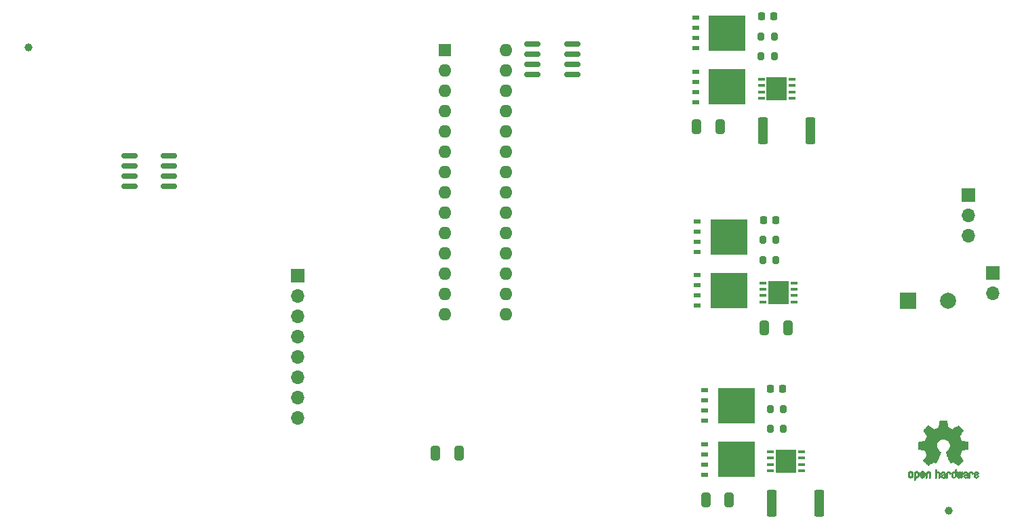
<source format=gtl>
G04 #@! TF.GenerationSoftware,KiCad,Pcbnew,(7.0.0)*
G04 #@! TF.CreationDate,2023-03-09T15:09:21+01:00*
G04 #@! TF.ProjectId,asmTest,61736d54-6573-4742-9e6b-696361645f70,rev?*
G04 #@! TF.SameCoordinates,Original*
G04 #@! TF.FileFunction,Copper,L1,Top*
G04 #@! TF.FilePolarity,Positive*
%FSLAX46Y46*%
G04 Gerber Fmt 4.6, Leading zero omitted, Abs format (unit mm)*
G04 Created by KiCad (PCBNEW (7.0.0)) date 2023-03-09 15:09:21*
%MOMM*%
%LPD*%
G01*
G04 APERTURE LIST*
G04 Aperture macros list*
%AMRoundRect*
0 Rectangle with rounded corners*
0 $1 Rounding radius*
0 $2 $3 $4 $5 $6 $7 $8 $9 X,Y pos of 4 corners*
0 Add a 4 corners polygon primitive as box body*
4,1,4,$2,$3,$4,$5,$6,$7,$8,$9,$2,$3,0*
0 Add four circle primitives for the rounded corners*
1,1,$1+$1,$2,$3*
1,1,$1+$1,$4,$5*
1,1,$1+$1,$6,$7*
1,1,$1+$1,$8,$9*
0 Add four rect primitives between the rounded corners*
20,1,$1+$1,$2,$3,$4,$5,0*
20,1,$1+$1,$4,$5,$6,$7,0*
20,1,$1+$1,$6,$7,$8,$9,0*
20,1,$1+$1,$8,$9,$2,$3,0*%
G04 Aperture macros list end*
G04 #@! TA.AperFunction,EtchedComponent*
%ADD10C,0.010000*%
G04 #@! TD*
G04 #@! TA.AperFunction,SMDPad,CuDef*
%ADD11RoundRect,0.075000X-0.362500X-0.075000X0.362500X-0.075000X0.362500X0.075000X-0.362500X0.075000X0*%
G04 #@! TD*
G04 #@! TA.AperFunction,SMDPad,CuDef*
%ADD12R,2.600000X3.000000*%
G04 #@! TD*
G04 #@! TA.AperFunction,SMDPad,CuDef*
%ADD13RoundRect,0.250000X-0.362500X-1.425000X0.362500X-1.425000X0.362500X1.425000X-0.362500X1.425000X0*%
G04 #@! TD*
G04 #@! TA.AperFunction,ComponentPad*
%ADD14R,1.600000X1.600000*%
G04 #@! TD*
G04 #@! TA.AperFunction,ComponentPad*
%ADD15O,1.600000X1.600000*%
G04 #@! TD*
G04 #@! TA.AperFunction,SMDPad,CuDef*
%ADD16RoundRect,0.200000X-0.200000X-0.275000X0.200000X-0.275000X0.200000X0.275000X-0.200000X0.275000X0*%
G04 #@! TD*
G04 #@! TA.AperFunction,ComponentPad*
%ADD17R,1.700000X1.700000*%
G04 #@! TD*
G04 #@! TA.AperFunction,ComponentPad*
%ADD18O,1.700000X1.700000*%
G04 #@! TD*
G04 #@! TA.AperFunction,SMDPad,CuDef*
%ADD19R,0.850000X0.500000*%
G04 #@! TD*
G04 #@! TA.AperFunction,SMDPad,CuDef*
%ADD20R,4.550000X4.410000*%
G04 #@! TD*
G04 #@! TA.AperFunction,SMDPad,CuDef*
%ADD21RoundRect,0.250000X-0.325000X-0.650000X0.325000X-0.650000X0.325000X0.650000X-0.325000X0.650000X0*%
G04 #@! TD*
G04 #@! TA.AperFunction,SMDPad,CuDef*
%ADD22C,1.000000*%
G04 #@! TD*
G04 #@! TA.AperFunction,SMDPad,CuDef*
%ADD23RoundRect,0.150000X0.825000X0.150000X-0.825000X0.150000X-0.825000X-0.150000X0.825000X-0.150000X0*%
G04 #@! TD*
G04 #@! TA.AperFunction,SMDPad,CuDef*
%ADD24RoundRect,0.150000X-0.825000X-0.150000X0.825000X-0.150000X0.825000X0.150000X-0.825000X0.150000X0*%
G04 #@! TD*
G04 #@! TA.AperFunction,SMDPad,CuDef*
%ADD25RoundRect,0.225000X-0.225000X-0.250000X0.225000X-0.250000X0.225000X0.250000X-0.225000X0.250000X0*%
G04 #@! TD*
G04 #@! TA.AperFunction,ComponentPad*
%ADD26R,2.000000X2.000000*%
G04 #@! TD*
G04 #@! TA.AperFunction,ComponentPad*
%ADD27C,2.000000*%
G04 #@! TD*
G04 APERTURE END LIST*
G04 #@! TO.C,LOGO1*
G36*
X212170807Y-105536782D02*
G01*
X212194161Y-105546988D01*
X212249902Y-105591134D01*
X212297569Y-105654967D01*
X212327048Y-105723087D01*
X212331846Y-105756670D01*
X212315760Y-105803556D01*
X212280475Y-105828365D01*
X212242644Y-105843387D01*
X212225321Y-105846155D01*
X212216886Y-105826066D01*
X212200230Y-105782351D01*
X212192923Y-105762598D01*
X212151948Y-105694271D01*
X212092622Y-105660191D01*
X212016552Y-105661239D01*
X212010918Y-105662581D01*
X211970305Y-105681836D01*
X211940448Y-105719375D01*
X211920055Y-105779809D01*
X211907836Y-105867751D01*
X211902500Y-105987813D01*
X211902000Y-106051698D01*
X211901752Y-106152403D01*
X211900126Y-106221054D01*
X211895801Y-106264673D01*
X211887454Y-106290282D01*
X211873765Y-106304903D01*
X211853411Y-106315558D01*
X211852234Y-106316095D01*
X211813038Y-106332667D01*
X211793619Y-106338769D01*
X211790635Y-106320319D01*
X211788081Y-106269323D01*
X211786140Y-106192308D01*
X211784997Y-106095805D01*
X211784769Y-106025184D01*
X211785932Y-105888525D01*
X211790479Y-105784851D01*
X211799999Y-105708108D01*
X211816081Y-105652246D01*
X211840313Y-105611212D01*
X211874286Y-105578954D01*
X211907833Y-105556440D01*
X211988499Y-105526476D01*
X212082381Y-105519718D01*
X212170807Y-105536782D01*
G37*
D10*
X212170807Y-105536782D02*
X212194161Y-105546988D01*
X212249902Y-105591134D01*
X212297569Y-105654967D01*
X212327048Y-105723087D01*
X212331846Y-105756670D01*
X212315760Y-105803556D01*
X212280475Y-105828365D01*
X212242644Y-105843387D01*
X212225321Y-105846155D01*
X212216886Y-105826066D01*
X212200230Y-105782351D01*
X212192923Y-105762598D01*
X212151948Y-105694271D01*
X212092622Y-105660191D01*
X212016552Y-105661239D01*
X212010918Y-105662581D01*
X211970305Y-105681836D01*
X211940448Y-105719375D01*
X211920055Y-105779809D01*
X211907836Y-105867751D01*
X211902500Y-105987813D01*
X211902000Y-106051698D01*
X211901752Y-106152403D01*
X211900126Y-106221054D01*
X211895801Y-106264673D01*
X211887454Y-106290282D01*
X211873765Y-106304903D01*
X211853411Y-106315558D01*
X211852234Y-106316095D01*
X211813038Y-106332667D01*
X211793619Y-106338769D01*
X211790635Y-106320319D01*
X211788081Y-106269323D01*
X211786140Y-106192308D01*
X211784997Y-106095805D01*
X211784769Y-106025184D01*
X211785932Y-105888525D01*
X211790479Y-105784851D01*
X211799999Y-105708108D01*
X211816081Y-105652246D01*
X211840313Y-105611212D01*
X211874286Y-105578954D01*
X211907833Y-105556440D01*
X211988499Y-105526476D01*
X212082381Y-105519718D01*
X212170807Y-105536782D01*
G36*
X206871664Y-105495089D02*
G01*
X206934367Y-105531358D01*
X206977961Y-105567358D01*
X207009845Y-105605075D01*
X207031810Y-105651199D01*
X207045649Y-105712421D01*
X207053153Y-105795431D01*
X207056117Y-105906919D01*
X207056461Y-105987062D01*
X207056461Y-106282065D01*
X206890385Y-106356515D01*
X206880615Y-106033402D01*
X206876579Y-105912729D01*
X206872344Y-105825141D01*
X206867097Y-105764650D01*
X206860025Y-105725268D01*
X206850311Y-105701007D01*
X206837144Y-105685880D01*
X206832919Y-105682606D01*
X206768909Y-105657034D01*
X206704208Y-105667153D01*
X206665692Y-105694000D01*
X206650025Y-105713024D01*
X206639180Y-105737988D01*
X206632288Y-105775834D01*
X206628479Y-105833502D01*
X206626883Y-105917935D01*
X206626615Y-106005928D01*
X206626563Y-106116323D01*
X206624672Y-106194463D01*
X206618345Y-106247165D01*
X206604983Y-106281242D01*
X206581985Y-106303511D01*
X206546754Y-106320787D01*
X206499697Y-106338738D01*
X206448303Y-106358278D01*
X206454421Y-106011485D01*
X206456884Y-105886468D01*
X206459767Y-105794082D01*
X206463898Y-105727881D01*
X206470107Y-105681420D01*
X206479226Y-105648256D01*
X206492083Y-105621944D01*
X206507584Y-105598729D01*
X206582371Y-105524569D01*
X206673628Y-105481684D01*
X206772883Y-105471412D01*
X206871664Y-105495089D01*
G37*
X206871664Y-105495089D02*
X206934367Y-105531358D01*
X206977961Y-105567358D01*
X207009845Y-105605075D01*
X207031810Y-105651199D01*
X207045649Y-105712421D01*
X207053153Y-105795431D01*
X207056117Y-105906919D01*
X207056461Y-105987062D01*
X207056461Y-106282065D01*
X206890385Y-106356515D01*
X206880615Y-106033402D01*
X206876579Y-105912729D01*
X206872344Y-105825141D01*
X206867097Y-105764650D01*
X206860025Y-105725268D01*
X206850311Y-105701007D01*
X206837144Y-105685880D01*
X206832919Y-105682606D01*
X206768909Y-105657034D01*
X206704208Y-105667153D01*
X206665692Y-105694000D01*
X206650025Y-105713024D01*
X206639180Y-105737988D01*
X206632288Y-105775834D01*
X206628479Y-105833502D01*
X206626883Y-105917935D01*
X206626615Y-106005928D01*
X206626563Y-106116323D01*
X206624672Y-106194463D01*
X206618345Y-106247165D01*
X206604983Y-106281242D01*
X206581985Y-106303511D01*
X206546754Y-106320787D01*
X206499697Y-106338738D01*
X206448303Y-106358278D01*
X206454421Y-106011485D01*
X206456884Y-105886468D01*
X206459767Y-105794082D01*
X206463898Y-105727881D01*
X206470107Y-105681420D01*
X206479226Y-105648256D01*
X206492083Y-105621944D01*
X206507584Y-105598729D01*
X206582371Y-105524569D01*
X206673628Y-105481684D01*
X206772883Y-105471412D01*
X206871664Y-105495089D01*
G36*
X209313362Y-105524670D02*
G01*
X209402117Y-105557421D01*
X209474022Y-105615350D01*
X209502144Y-105656128D01*
X209532802Y-105730954D01*
X209532165Y-105785058D01*
X209499987Y-105821446D01*
X209488081Y-105827633D01*
X209436675Y-105846925D01*
X209410422Y-105841982D01*
X209401530Y-105809587D01*
X209401077Y-105791692D01*
X209384797Y-105725859D01*
X209342365Y-105679807D01*
X209283388Y-105657564D01*
X209217475Y-105663161D01*
X209163895Y-105692229D01*
X209145798Y-105708810D01*
X209132971Y-105728925D01*
X209124306Y-105759332D01*
X209118696Y-105806788D01*
X209115035Y-105878050D01*
X209112215Y-105979875D01*
X209111484Y-106012115D01*
X209108820Y-106122410D01*
X209105792Y-106200036D01*
X209101250Y-106251396D01*
X209094046Y-106282890D01*
X209083033Y-106300920D01*
X209067060Y-106311888D01*
X209056834Y-106316733D01*
X209013406Y-106333301D01*
X208987842Y-106338769D01*
X208979395Y-106320507D01*
X208974239Y-106265296D01*
X208972346Y-106172499D01*
X208973689Y-106041478D01*
X208974107Y-106021269D01*
X208977058Y-105901733D01*
X208980548Y-105814449D01*
X208985514Y-105752591D01*
X208992893Y-105709336D01*
X209003624Y-105677860D01*
X209018645Y-105651339D01*
X209026502Y-105639975D01*
X209071553Y-105589692D01*
X209121940Y-105550581D01*
X209128108Y-105547167D01*
X209218458Y-105520212D01*
X209313362Y-105524670D01*
G37*
X209313362Y-105524670D02*
X209402117Y-105557421D01*
X209474022Y-105615350D01*
X209502144Y-105656128D01*
X209532802Y-105730954D01*
X209532165Y-105785058D01*
X209499987Y-105821446D01*
X209488081Y-105827633D01*
X209436675Y-105846925D01*
X209410422Y-105841982D01*
X209401530Y-105809587D01*
X209401077Y-105791692D01*
X209384797Y-105725859D01*
X209342365Y-105679807D01*
X209283388Y-105657564D01*
X209217475Y-105663161D01*
X209163895Y-105692229D01*
X209145798Y-105708810D01*
X209132971Y-105728925D01*
X209124306Y-105759332D01*
X209118696Y-105806788D01*
X209115035Y-105878050D01*
X209112215Y-105979875D01*
X209111484Y-106012115D01*
X209108820Y-106122410D01*
X209105792Y-106200036D01*
X209101250Y-106251396D01*
X209094046Y-106282890D01*
X209083033Y-106300920D01*
X209067060Y-106311888D01*
X209056834Y-106316733D01*
X209013406Y-106333301D01*
X208987842Y-106338769D01*
X208979395Y-106320507D01*
X208974239Y-106265296D01*
X208972346Y-106172499D01*
X208973689Y-106041478D01*
X208974107Y-106021269D01*
X208977058Y-105901733D01*
X208980548Y-105814449D01*
X208985514Y-105752591D01*
X208992893Y-105709336D01*
X209003624Y-105677860D01*
X209018645Y-105651339D01*
X209026502Y-105639975D01*
X209071553Y-105589692D01*
X209121940Y-105550581D01*
X209128108Y-105547167D01*
X209218458Y-105520212D01*
X209313362Y-105524670D01*
G36*
X207759846Y-105392120D02*
G01*
X207765572Y-105471980D01*
X207772149Y-105519039D01*
X207781262Y-105539566D01*
X207794598Y-105539829D01*
X207798923Y-105537378D01*
X207856444Y-105519636D01*
X207931268Y-105520672D01*
X208007339Y-105538910D01*
X208054918Y-105562505D01*
X208103702Y-105600198D01*
X208139364Y-105642855D01*
X208163845Y-105697057D01*
X208179087Y-105769384D01*
X208187030Y-105866419D01*
X208189616Y-105994742D01*
X208189662Y-106019358D01*
X208189692Y-106295870D01*
X208128161Y-106317320D01*
X208084459Y-106331912D01*
X208060482Y-106338706D01*
X208059777Y-106338769D01*
X208057415Y-106320345D01*
X208055406Y-106269526D01*
X208053901Y-106192993D01*
X208053053Y-106097430D01*
X208052923Y-106039329D01*
X208052651Y-105924771D01*
X208051252Y-105842667D01*
X208047849Y-105786393D01*
X208041567Y-105749326D01*
X208031529Y-105724844D01*
X208016861Y-105706325D01*
X208007702Y-105697406D01*
X207944789Y-105661466D01*
X207876136Y-105658775D01*
X207813848Y-105689170D01*
X207802329Y-105700144D01*
X207785433Y-105720779D01*
X207773714Y-105745256D01*
X207766233Y-105780647D01*
X207762054Y-105834026D01*
X207760237Y-105912466D01*
X207759846Y-106020617D01*
X207759846Y-106295870D01*
X207698315Y-106317320D01*
X207654613Y-106331912D01*
X207630636Y-106338706D01*
X207629930Y-106338769D01*
X207628126Y-106320069D01*
X207626500Y-106267322D01*
X207625117Y-106185557D01*
X207624042Y-106079805D01*
X207623340Y-105955094D01*
X207623077Y-105816455D01*
X207623077Y-105281806D01*
X207750077Y-105228236D01*
X207759846Y-105392120D01*
G37*
X207759846Y-105392120D02*
X207765572Y-105471980D01*
X207772149Y-105519039D01*
X207781262Y-105539566D01*
X207794598Y-105539829D01*
X207798923Y-105537378D01*
X207856444Y-105519636D01*
X207931268Y-105520672D01*
X208007339Y-105538910D01*
X208054918Y-105562505D01*
X208103702Y-105600198D01*
X208139364Y-105642855D01*
X208163845Y-105697057D01*
X208179087Y-105769384D01*
X208187030Y-105866419D01*
X208189616Y-105994742D01*
X208189662Y-106019358D01*
X208189692Y-106295870D01*
X208128161Y-106317320D01*
X208084459Y-106331912D01*
X208060482Y-106338706D01*
X208059777Y-106338769D01*
X208057415Y-106320345D01*
X208055406Y-106269526D01*
X208053901Y-106192993D01*
X208053053Y-106097430D01*
X208052923Y-106039329D01*
X208052651Y-105924771D01*
X208051252Y-105842667D01*
X208047849Y-105786393D01*
X208041567Y-105749326D01*
X208031529Y-105724844D01*
X208016861Y-105706325D01*
X208007702Y-105697406D01*
X207944789Y-105661466D01*
X207876136Y-105658775D01*
X207813848Y-105689170D01*
X207802329Y-105700144D01*
X207785433Y-105720779D01*
X207773714Y-105745256D01*
X207766233Y-105780647D01*
X207762054Y-105834026D01*
X207760237Y-105912466D01*
X207759846Y-106020617D01*
X207759846Y-106295870D01*
X207698315Y-106317320D01*
X207654613Y-106331912D01*
X207630636Y-106338706D01*
X207629930Y-106338769D01*
X207628126Y-106320069D01*
X207626500Y-106267322D01*
X207625117Y-106185557D01*
X207624042Y-106079805D01*
X207623340Y-105955094D01*
X207623077Y-105816455D01*
X207623077Y-105281806D01*
X207750077Y-105228236D01*
X207759846Y-105392120D01*
G36*
X210995929Y-105536662D02*
G01*
X210998911Y-105588068D01*
X211001247Y-105666192D01*
X211002749Y-105764857D01*
X211003231Y-105868343D01*
X211003231Y-106218533D01*
X210941401Y-106280363D01*
X210898793Y-106318462D01*
X210861390Y-106333895D01*
X210810270Y-106332918D01*
X210789978Y-106330433D01*
X210726554Y-106323200D01*
X210674095Y-106319055D01*
X210661308Y-106318672D01*
X210618199Y-106321176D01*
X210556544Y-106327462D01*
X210532638Y-106330433D01*
X210473922Y-106335028D01*
X210434464Y-106325046D01*
X210395338Y-106294228D01*
X210381215Y-106280363D01*
X210319385Y-106218533D01*
X210319385Y-105563503D01*
X210369150Y-105540829D01*
X210412002Y-105524034D01*
X210437073Y-105518154D01*
X210443501Y-105536736D01*
X210449509Y-105588655D01*
X210454697Y-105668172D01*
X210458664Y-105769546D01*
X210460577Y-105855192D01*
X210465923Y-106192231D01*
X210512560Y-106198825D01*
X210554976Y-106194214D01*
X210575760Y-106179287D01*
X210581570Y-106151377D01*
X210586530Y-106091925D01*
X210590246Y-106008466D01*
X210592324Y-105908532D01*
X210592624Y-105857104D01*
X210592923Y-105561054D01*
X210654454Y-105539604D01*
X210698004Y-105525020D01*
X210721694Y-105518219D01*
X210722377Y-105518154D01*
X210724754Y-105536642D01*
X210727366Y-105587906D01*
X210729995Y-105665649D01*
X210732421Y-105763574D01*
X210734115Y-105855192D01*
X210739461Y-106192231D01*
X210856692Y-106192231D01*
X210862072Y-105884746D01*
X210867451Y-105577261D01*
X210924601Y-105547707D01*
X210966797Y-105527413D01*
X210991770Y-105518204D01*
X210992491Y-105518154D01*
X210995929Y-105536662D01*
G37*
X210995929Y-105536662D02*
X210998911Y-105588068D01*
X211001247Y-105666192D01*
X211002749Y-105764857D01*
X211003231Y-105868343D01*
X211003231Y-106218533D01*
X210941401Y-106280363D01*
X210898793Y-106318462D01*
X210861390Y-106333895D01*
X210810270Y-106332918D01*
X210789978Y-106330433D01*
X210726554Y-106323200D01*
X210674095Y-106319055D01*
X210661308Y-106318672D01*
X210618199Y-106321176D01*
X210556544Y-106327462D01*
X210532638Y-106330433D01*
X210473922Y-106335028D01*
X210434464Y-106325046D01*
X210395338Y-106294228D01*
X210381215Y-106280363D01*
X210319385Y-106218533D01*
X210319385Y-105563503D01*
X210369150Y-105540829D01*
X210412002Y-105524034D01*
X210437073Y-105518154D01*
X210443501Y-105536736D01*
X210449509Y-105588655D01*
X210454697Y-105668172D01*
X210458664Y-105769546D01*
X210460577Y-105855192D01*
X210465923Y-106192231D01*
X210512560Y-106198825D01*
X210554976Y-106194214D01*
X210575760Y-106179287D01*
X210581570Y-106151377D01*
X210586530Y-106091925D01*
X210590246Y-106008466D01*
X210592324Y-105908532D01*
X210592624Y-105857104D01*
X210592923Y-105561054D01*
X210654454Y-105539604D01*
X210698004Y-105525020D01*
X210721694Y-105518219D01*
X210722377Y-105518154D01*
X210724754Y-105536642D01*
X210727366Y-105587906D01*
X210729995Y-105665649D01*
X210732421Y-105763574D01*
X210734115Y-105855192D01*
X210739461Y-106192231D01*
X210856692Y-106192231D01*
X210862072Y-105884746D01*
X210867451Y-105577261D01*
X210924601Y-105547707D01*
X210966797Y-105527413D01*
X210991770Y-105518204D01*
X210992491Y-105518154D01*
X210995929Y-105536662D01*
G36*
X204203894Y-105902182D02*
G01*
X204399231Y-105902182D01*
X204400368Y-105991349D01*
X204404841Y-106050520D01*
X204414246Y-106088741D01*
X204430176Y-106115053D01*
X204438308Y-106123846D01*
X204485058Y-106157261D01*
X204530447Y-106155737D01*
X204576340Y-106126752D01*
X204603712Y-106095809D01*
X204619923Y-106050643D01*
X204629026Y-105979420D01*
X204629651Y-105971114D01*
X204631204Y-105842037D01*
X204614965Y-105746172D01*
X204581152Y-105684107D01*
X204529984Y-105656432D01*
X204511720Y-105654923D01*
X204463760Y-105662513D01*
X204430953Y-105688808D01*
X204410895Y-105739095D01*
X204401178Y-105818664D01*
X204399231Y-105902182D01*
X204203894Y-105902182D01*
X204204574Y-105808249D01*
X204207629Y-105737906D01*
X204214322Y-105689163D01*
X204225960Y-105653288D01*
X204243853Y-105621548D01*
X204247808Y-105615648D01*
X204314267Y-105536104D01*
X204386685Y-105489929D01*
X204474849Y-105471599D01*
X204504787Y-105470703D01*
X204616886Y-105487256D01*
X204708464Y-105535409D01*
X204776049Y-105612905D01*
X204800057Y-105662727D01*
X204818738Y-105737533D01*
X204828301Y-105832052D01*
X204829208Y-105935210D01*
X204821921Y-106035935D01*
X204806903Y-106123153D01*
X204784615Y-106185791D01*
X204777765Y-106196579D01*
X204696632Y-106277105D01*
X204600266Y-106325336D01*
X204495701Y-106339450D01*
X204389968Y-106317629D01*
X204360543Y-106304547D01*
X204303241Y-106264231D01*
X204252950Y-106210775D01*
X204248197Y-106203995D01*
X204228878Y-106171321D01*
X204216108Y-106136394D01*
X204208564Y-106090414D01*
X204204924Y-106024584D01*
X204203865Y-105930105D01*
X204203846Y-105908923D01*
X204203894Y-105902182D01*
G37*
X204203894Y-105902182D02*
X204399231Y-105902182D01*
X204400368Y-105991349D01*
X204404841Y-106050520D01*
X204414246Y-106088741D01*
X204430176Y-106115053D01*
X204438308Y-106123846D01*
X204485058Y-106157261D01*
X204530447Y-106155737D01*
X204576340Y-106126752D01*
X204603712Y-106095809D01*
X204619923Y-106050643D01*
X204629026Y-105979420D01*
X204629651Y-105971114D01*
X204631204Y-105842037D01*
X204614965Y-105746172D01*
X204581152Y-105684107D01*
X204529984Y-105656432D01*
X204511720Y-105654923D01*
X204463760Y-105662513D01*
X204430953Y-105688808D01*
X204410895Y-105739095D01*
X204401178Y-105818664D01*
X204399231Y-105902182D01*
X204203894Y-105902182D01*
X204204574Y-105808249D01*
X204207629Y-105737906D01*
X204214322Y-105689163D01*
X204225960Y-105653288D01*
X204243853Y-105621548D01*
X204247808Y-105615648D01*
X204314267Y-105536104D01*
X204386685Y-105489929D01*
X204474849Y-105471599D01*
X204504787Y-105470703D01*
X204616886Y-105487256D01*
X204708464Y-105535409D01*
X204776049Y-105612905D01*
X204800057Y-105662727D01*
X204818738Y-105737533D01*
X204828301Y-105832052D01*
X204829208Y-105935210D01*
X204821921Y-106035935D01*
X204806903Y-106123153D01*
X204784615Y-106185791D01*
X204777765Y-106196579D01*
X204696632Y-106277105D01*
X204600266Y-106325336D01*
X204495701Y-106339450D01*
X204389968Y-106317629D01*
X204360543Y-106304547D01*
X204303241Y-106264231D01*
X204252950Y-106210775D01*
X204248197Y-106203995D01*
X204228878Y-106171321D01*
X204216108Y-106136394D01*
X204208564Y-106090414D01*
X204204924Y-106024584D01*
X204203865Y-105930105D01*
X204203846Y-105908923D01*
X204203894Y-105902182D01*
G36*
X212450501Y-105869948D02*
G01*
X212568471Y-105869948D01*
X212569839Y-105903438D01*
X212573249Y-105908923D01*
X212595753Y-105901472D01*
X212644182Y-105881753D01*
X212708908Y-105853718D01*
X212722443Y-105847692D01*
X212804244Y-105806096D01*
X212849312Y-105769538D01*
X212859217Y-105735296D01*
X212835526Y-105700648D01*
X212815960Y-105685339D01*
X212745360Y-105654721D01*
X212679280Y-105659780D01*
X212623959Y-105697151D01*
X212585636Y-105763473D01*
X212573349Y-105816116D01*
X212568471Y-105869948D01*
X212450501Y-105869948D01*
X212451730Y-105810720D01*
X212461032Y-105720710D01*
X212479460Y-105655167D01*
X212509360Y-105606912D01*
X212553080Y-105568767D01*
X212572141Y-105556440D01*
X212658726Y-105524336D01*
X212753522Y-105522316D01*
X212845224Y-105547838D01*
X212922528Y-105598361D01*
X212959814Y-105643590D01*
X212989353Y-105725663D01*
X212991699Y-105790607D01*
X212986385Y-105877445D01*
X212786115Y-105965103D01*
X212688739Y-106009887D01*
X212625113Y-106045913D01*
X212592029Y-106077117D01*
X212586280Y-106107436D01*
X212604658Y-106140805D01*
X212624923Y-106162923D01*
X212683889Y-106198393D01*
X212748024Y-106200879D01*
X212806926Y-106173235D01*
X212850197Y-106118320D01*
X212857936Y-106098928D01*
X212895006Y-106038364D01*
X212937654Y-106012552D01*
X212996154Y-105990471D01*
X212996154Y-106074184D01*
X212990982Y-106131150D01*
X212970723Y-106179189D01*
X212928262Y-106234346D01*
X212921951Y-106241514D01*
X212874720Y-106290585D01*
X212834121Y-106316920D01*
X212783328Y-106329035D01*
X212741220Y-106333003D01*
X212665902Y-106333991D01*
X212612286Y-106321466D01*
X212578838Y-106302869D01*
X212526268Y-106261975D01*
X212489879Y-106217748D01*
X212466850Y-106162126D01*
X212454359Y-106087047D01*
X212449587Y-105984449D01*
X212449206Y-105932376D01*
X212450501Y-105869948D01*
G37*
X212450501Y-105869948D02*
X212568471Y-105869948D01*
X212569839Y-105903438D01*
X212573249Y-105908923D01*
X212595753Y-105901472D01*
X212644182Y-105881753D01*
X212708908Y-105853718D01*
X212722443Y-105847692D01*
X212804244Y-105806096D01*
X212849312Y-105769538D01*
X212859217Y-105735296D01*
X212835526Y-105700648D01*
X212815960Y-105685339D01*
X212745360Y-105654721D01*
X212679280Y-105659780D01*
X212623959Y-105697151D01*
X212585636Y-105763473D01*
X212573349Y-105816116D01*
X212568471Y-105869948D01*
X212450501Y-105869948D01*
X212451730Y-105810720D01*
X212461032Y-105720710D01*
X212479460Y-105655167D01*
X212509360Y-105606912D01*
X212553080Y-105568767D01*
X212572141Y-105556440D01*
X212658726Y-105524336D01*
X212753522Y-105522316D01*
X212845224Y-105547838D01*
X212922528Y-105598361D01*
X212959814Y-105643590D01*
X212989353Y-105725663D01*
X212991699Y-105790607D01*
X212986385Y-105877445D01*
X212786115Y-105965103D01*
X212688739Y-106009887D01*
X212625113Y-106045913D01*
X212592029Y-106077117D01*
X212586280Y-106107436D01*
X212604658Y-106140805D01*
X212624923Y-106162923D01*
X212683889Y-106198393D01*
X212748024Y-106200879D01*
X212806926Y-106173235D01*
X212850197Y-106118320D01*
X212857936Y-106098928D01*
X212895006Y-106038364D01*
X212937654Y-106012552D01*
X212996154Y-105990471D01*
X212996154Y-106074184D01*
X212990982Y-106131150D01*
X212970723Y-106179189D01*
X212928262Y-106234346D01*
X212921951Y-106241514D01*
X212874720Y-106290585D01*
X212834121Y-106316920D01*
X212783328Y-106329035D01*
X212741220Y-106333003D01*
X212665902Y-106333991D01*
X212612286Y-106321466D01*
X212578838Y-106302869D01*
X212526268Y-106261975D01*
X212489879Y-106217748D01*
X212466850Y-106162126D01*
X212454359Y-106087047D01*
X212449587Y-105984449D01*
X212449206Y-105932376D01*
X212450501Y-105869948D01*
G36*
X209635809Y-105922986D02*
G01*
X209772308Y-105922986D01*
X209773141Y-106010355D01*
X209776961Y-106068192D01*
X209785746Y-106106029D01*
X209801474Y-106133398D01*
X209820266Y-106154042D01*
X209883375Y-106193890D01*
X209951137Y-106197295D01*
X210015179Y-106164025D01*
X210020164Y-106159517D01*
X210041439Y-106136067D01*
X210054779Y-106108166D01*
X210062001Y-106066641D01*
X210064923Y-106002316D01*
X210065385Y-105931200D01*
X210064383Y-105841858D01*
X210060238Y-105782258D01*
X210051236Y-105743089D01*
X210035667Y-105715040D01*
X210022902Y-105700144D01*
X209963600Y-105662575D01*
X209895301Y-105658057D01*
X209830110Y-105686753D01*
X209817528Y-105697406D01*
X209796111Y-105721063D01*
X209782744Y-105749251D01*
X209775566Y-105791245D01*
X209772719Y-105856319D01*
X209772308Y-105922986D01*
X209635809Y-105922986D01*
X209640322Y-105805765D01*
X209656362Y-105713577D01*
X209686528Y-105644269D01*
X209733629Y-105590211D01*
X209770312Y-105562505D01*
X209836990Y-105532572D01*
X209914272Y-105518678D01*
X209986110Y-105522397D01*
X210026308Y-105537400D01*
X210042082Y-105541670D01*
X210052550Y-105525750D01*
X210059856Y-105483089D01*
X210065385Y-105418106D01*
X210071437Y-105345732D01*
X210079844Y-105302187D01*
X210095141Y-105277287D01*
X210121864Y-105260845D01*
X210138654Y-105253564D01*
X210202154Y-105226963D01*
X210202081Y-105680289D01*
X210201833Y-105826320D01*
X210200872Y-105938655D01*
X210198794Y-106022678D01*
X210195193Y-106083769D01*
X210189665Y-106127309D01*
X210181804Y-106158679D01*
X210171207Y-106183262D01*
X210163182Y-106197294D01*
X210096728Y-106273388D01*
X210012470Y-106321084D01*
X209919249Y-106338199D01*
X209825900Y-106322546D01*
X209770312Y-106294418D01*
X209711957Y-106245760D01*
X209672186Y-106186333D01*
X209648190Y-106108507D01*
X209637161Y-106004652D01*
X209635599Y-105928462D01*
X209635809Y-105922986D01*
G37*
X209635809Y-105922986D02*
X209772308Y-105922986D01*
X209773141Y-106010355D01*
X209776961Y-106068192D01*
X209785746Y-106106029D01*
X209801474Y-106133398D01*
X209820266Y-106154042D01*
X209883375Y-106193890D01*
X209951137Y-106197295D01*
X210015179Y-106164025D01*
X210020164Y-106159517D01*
X210041439Y-106136067D01*
X210054779Y-106108166D01*
X210062001Y-106066641D01*
X210064923Y-106002316D01*
X210065385Y-105931200D01*
X210064383Y-105841858D01*
X210060238Y-105782258D01*
X210051236Y-105743089D01*
X210035667Y-105715040D01*
X210022902Y-105700144D01*
X209963600Y-105662575D01*
X209895301Y-105658057D01*
X209830110Y-105686753D01*
X209817528Y-105697406D01*
X209796111Y-105721063D01*
X209782744Y-105749251D01*
X209775566Y-105791245D01*
X209772719Y-105856319D01*
X209772308Y-105922986D01*
X209635809Y-105922986D01*
X209640322Y-105805765D01*
X209656362Y-105713577D01*
X209686528Y-105644269D01*
X209733629Y-105590211D01*
X209770312Y-105562505D01*
X209836990Y-105532572D01*
X209914272Y-105518678D01*
X209986110Y-105522397D01*
X210026308Y-105537400D01*
X210042082Y-105541670D01*
X210052550Y-105525750D01*
X210059856Y-105483089D01*
X210065385Y-105418106D01*
X210071437Y-105345732D01*
X210079844Y-105302187D01*
X210095141Y-105277287D01*
X210121864Y-105260845D01*
X210138654Y-105253564D01*
X210202154Y-105226963D01*
X210202081Y-105680289D01*
X210201833Y-105826320D01*
X210200872Y-105938655D01*
X210198794Y-106022678D01*
X210195193Y-106083769D01*
X210189665Y-106127309D01*
X210181804Y-106158679D01*
X210171207Y-106183262D01*
X210163182Y-106197294D01*
X210096728Y-106273388D01*
X210012470Y-106321084D01*
X209919249Y-106338199D01*
X209825900Y-106322546D01*
X209770312Y-106294418D01*
X209711957Y-106245760D01*
X209672186Y-106186333D01*
X209648190Y-106108507D01*
X209637161Y-106004652D01*
X209635599Y-105928462D01*
X209635809Y-105922986D01*
G36*
X205696661Y-105784468D02*
G01*
X205884154Y-105784468D01*
X205886590Y-105827552D01*
X205899914Y-105840126D01*
X205933132Y-105830719D01*
X205985494Y-105808483D01*
X206044024Y-105780610D01*
X206045479Y-105779872D01*
X206095089Y-105753777D01*
X206115000Y-105736363D01*
X206110090Y-105718107D01*
X206089416Y-105694120D01*
X206036819Y-105659406D01*
X205980177Y-105656856D01*
X205929369Y-105682119D01*
X205894276Y-105730847D01*
X205884154Y-105784468D01*
X205696661Y-105784468D01*
X205701992Y-105735036D01*
X205734778Y-105641055D01*
X205780421Y-105575215D01*
X205862802Y-105508681D01*
X205953546Y-105475676D01*
X206046185Y-105473573D01*
X206134254Y-105499745D01*
X206211286Y-105551567D01*
X206270816Y-105626412D01*
X206306378Y-105721654D01*
X206313571Y-105791756D01*
X206312754Y-105821009D01*
X206305914Y-105843407D01*
X206287112Y-105863474D01*
X206250408Y-105885733D01*
X206189862Y-105914709D01*
X206099534Y-105954927D01*
X206099077Y-105955129D01*
X206015933Y-105993210D01*
X205947753Y-106027025D01*
X205901505Y-106052933D01*
X205884158Y-106067295D01*
X205884154Y-106067411D01*
X205899443Y-106098685D01*
X205935196Y-106133157D01*
X205976242Y-106157990D01*
X205997037Y-106162923D01*
X206053770Y-106145862D01*
X206102627Y-106103133D01*
X206126465Y-106056155D01*
X206149397Y-106021522D01*
X206194318Y-105982081D01*
X206247123Y-105948009D01*
X206293710Y-105929480D01*
X206303452Y-105928462D01*
X206314418Y-105945215D01*
X206315079Y-105988039D01*
X206307020Y-106045781D01*
X206291827Y-106107289D01*
X206271086Y-106161409D01*
X206270038Y-106163510D01*
X206207621Y-106250660D01*
X206126726Y-106309939D01*
X206034856Y-106339034D01*
X205939513Y-106335634D01*
X205848198Y-106297428D01*
X205844138Y-106294741D01*
X205772306Y-106229642D01*
X205725073Y-106144705D01*
X205698934Y-106033021D01*
X205695426Y-106001643D01*
X205689213Y-105853536D01*
X205696661Y-105784468D01*
G37*
X205696661Y-105784468D02*
X205884154Y-105784468D01*
X205886590Y-105827552D01*
X205899914Y-105840126D01*
X205933132Y-105830719D01*
X205985494Y-105808483D01*
X206044024Y-105780610D01*
X206045479Y-105779872D01*
X206095089Y-105753777D01*
X206115000Y-105736363D01*
X206110090Y-105718107D01*
X206089416Y-105694120D01*
X206036819Y-105659406D01*
X205980177Y-105656856D01*
X205929369Y-105682119D01*
X205894276Y-105730847D01*
X205884154Y-105784468D01*
X205696661Y-105784468D01*
X205701992Y-105735036D01*
X205734778Y-105641055D01*
X205780421Y-105575215D01*
X205862802Y-105508681D01*
X205953546Y-105475676D01*
X206046185Y-105473573D01*
X206134254Y-105499745D01*
X206211286Y-105551567D01*
X206270816Y-105626412D01*
X206306378Y-105721654D01*
X206313571Y-105791756D01*
X206312754Y-105821009D01*
X206305914Y-105843407D01*
X206287112Y-105863474D01*
X206250408Y-105885733D01*
X206189862Y-105914709D01*
X206099534Y-105954927D01*
X206099077Y-105955129D01*
X206015933Y-105993210D01*
X205947753Y-106027025D01*
X205901505Y-106052933D01*
X205884158Y-106067295D01*
X205884154Y-106067411D01*
X205899443Y-106098685D01*
X205935196Y-106133157D01*
X205976242Y-106157990D01*
X205997037Y-106162923D01*
X206053770Y-106145862D01*
X206102627Y-106103133D01*
X206126465Y-106056155D01*
X206149397Y-106021522D01*
X206194318Y-105982081D01*
X206247123Y-105948009D01*
X206293710Y-105929480D01*
X206303452Y-105928462D01*
X206314418Y-105945215D01*
X206315079Y-105988039D01*
X206307020Y-106045781D01*
X206291827Y-106107289D01*
X206271086Y-106161409D01*
X206270038Y-106163510D01*
X206207621Y-106250660D01*
X206126726Y-106309939D01*
X206034856Y-106339034D01*
X205939513Y-106335634D01*
X205848198Y-106297428D01*
X205844138Y-106294741D01*
X205772306Y-106229642D01*
X205725073Y-106144705D01*
X205698934Y-106033021D01*
X205695426Y-106001643D01*
X205689213Y-105853536D01*
X205696661Y-105784468D01*
G36*
X208653501Y-105526303D02*
G01*
X208730060Y-105554733D01*
X208730936Y-105555279D01*
X208778285Y-105590127D01*
X208813241Y-105630852D01*
X208837825Y-105683925D01*
X208854062Y-105755814D01*
X208863975Y-105852992D01*
X208869586Y-105981928D01*
X208870077Y-106000298D01*
X208877141Y-106277287D01*
X208817695Y-106308028D01*
X208774681Y-106328802D01*
X208748710Y-106338646D01*
X208747509Y-106338769D01*
X208743014Y-106320606D01*
X208739444Y-106271612D01*
X208737248Y-106200031D01*
X208736769Y-106142068D01*
X208736758Y-106048170D01*
X208732466Y-105989203D01*
X208717503Y-105961079D01*
X208685482Y-105959706D01*
X208630014Y-105980998D01*
X208546269Y-106020136D01*
X208484689Y-106052643D01*
X208453017Y-106080845D01*
X208443706Y-106111582D01*
X208443692Y-106113104D01*
X208459057Y-106166054D01*
X208504547Y-106194660D01*
X208574166Y-106198803D01*
X208624313Y-106198084D01*
X208650754Y-106212527D01*
X208667243Y-106247218D01*
X208676733Y-106291416D01*
X208663057Y-106316493D01*
X208657907Y-106320082D01*
X208609425Y-106334496D01*
X208541531Y-106336537D01*
X208471612Y-106326983D01*
X208422068Y-106309522D01*
X208353570Y-106251364D01*
X208314634Y-106170408D01*
X208306923Y-106107160D01*
X208312807Y-106050111D01*
X208334101Y-106003542D01*
X208376265Y-105962181D01*
X208444759Y-105920755D01*
X208545044Y-105873993D01*
X208551154Y-105871350D01*
X208641490Y-105829617D01*
X208697235Y-105795391D01*
X208721129Y-105764635D01*
X208715913Y-105733311D01*
X208684328Y-105697383D01*
X208674883Y-105689116D01*
X208611617Y-105657058D01*
X208546064Y-105658407D01*
X208488972Y-105689838D01*
X208451093Y-105748024D01*
X208447574Y-105759446D01*
X208413300Y-105814837D01*
X208369809Y-105841518D01*
X208306923Y-105867960D01*
X208306923Y-105799548D01*
X208326052Y-105700110D01*
X208382831Y-105608902D01*
X208412378Y-105578389D01*
X208479542Y-105539228D01*
X208564956Y-105521500D01*
X208653501Y-105526303D01*
G37*
X208653501Y-105526303D02*
X208730060Y-105554733D01*
X208730936Y-105555279D01*
X208778285Y-105590127D01*
X208813241Y-105630852D01*
X208837825Y-105683925D01*
X208854062Y-105755814D01*
X208863975Y-105852992D01*
X208869586Y-105981928D01*
X208870077Y-106000298D01*
X208877141Y-106277287D01*
X208817695Y-106308028D01*
X208774681Y-106328802D01*
X208748710Y-106338646D01*
X208747509Y-106338769D01*
X208743014Y-106320606D01*
X208739444Y-106271612D01*
X208737248Y-106200031D01*
X208736769Y-106142068D01*
X208736758Y-106048170D01*
X208732466Y-105989203D01*
X208717503Y-105961079D01*
X208685482Y-105959706D01*
X208630014Y-105980998D01*
X208546269Y-106020136D01*
X208484689Y-106052643D01*
X208453017Y-106080845D01*
X208443706Y-106111582D01*
X208443692Y-106113104D01*
X208459057Y-106166054D01*
X208504547Y-106194660D01*
X208574166Y-106198803D01*
X208624313Y-106198084D01*
X208650754Y-106212527D01*
X208667243Y-106247218D01*
X208676733Y-106291416D01*
X208663057Y-106316493D01*
X208657907Y-106320082D01*
X208609425Y-106334496D01*
X208541531Y-106336537D01*
X208471612Y-106326983D01*
X208422068Y-106309522D01*
X208353570Y-106251364D01*
X208314634Y-106170408D01*
X208306923Y-106107160D01*
X208312807Y-106050111D01*
X208334101Y-106003542D01*
X208376265Y-105962181D01*
X208444759Y-105920755D01*
X208545044Y-105873993D01*
X208551154Y-105871350D01*
X208641490Y-105829617D01*
X208697235Y-105795391D01*
X208721129Y-105764635D01*
X208715913Y-105733311D01*
X208684328Y-105697383D01*
X208674883Y-105689116D01*
X208611617Y-105657058D01*
X208546064Y-105658407D01*
X208488972Y-105689838D01*
X208451093Y-105748024D01*
X208447574Y-105759446D01*
X208413300Y-105814837D01*
X208369809Y-105841518D01*
X208306923Y-105867960D01*
X208306923Y-105799548D01*
X208326052Y-105700110D01*
X208382831Y-105608902D01*
X208412378Y-105578389D01*
X208479542Y-105539228D01*
X208564956Y-105521500D01*
X208653501Y-105526303D01*
G36*
X204953904Y-105900042D02*
G01*
X205141692Y-105900042D01*
X205142748Y-105983364D01*
X205147438Y-106037880D01*
X205158051Y-106073837D01*
X205176872Y-106101482D01*
X205189650Y-106114965D01*
X205241890Y-106154417D01*
X205288142Y-106157628D01*
X205335867Y-106125049D01*
X205337077Y-106123846D01*
X205356494Y-106098668D01*
X205368307Y-106064447D01*
X205374265Y-106011748D01*
X205376120Y-105931131D01*
X205376154Y-105913271D01*
X205371670Y-105802175D01*
X205357074Y-105725161D01*
X205330650Y-105678147D01*
X205290683Y-105657050D01*
X205267584Y-105654923D01*
X205212762Y-105664900D01*
X205175158Y-105697752D01*
X205152523Y-105757857D01*
X205142606Y-105849598D01*
X205141692Y-105900042D01*
X204953904Y-105900042D01*
X204954222Y-105882060D01*
X204956873Y-105794679D01*
X204960606Y-105730905D01*
X204965907Y-105685582D01*
X204973258Y-105653555D01*
X204983143Y-105629668D01*
X204996046Y-105608764D01*
X205001579Y-105600898D01*
X205074969Y-105526595D01*
X205167760Y-105484467D01*
X205275096Y-105472722D01*
X205368886Y-105484505D01*
X205443539Y-105521727D01*
X205509431Y-105590261D01*
X205527577Y-105615648D01*
X205547345Y-105648866D01*
X205560172Y-105684945D01*
X205567510Y-105733098D01*
X205570813Y-105802536D01*
X205571538Y-105894206D01*
X205568263Y-106019830D01*
X205556877Y-106114154D01*
X205535041Y-106184523D01*
X205500419Y-106238286D01*
X205450670Y-106282788D01*
X205447014Y-106285423D01*
X205397985Y-106312377D01*
X205338945Y-106325712D01*
X205263859Y-106329000D01*
X205141795Y-106329000D01*
X205141744Y-106447497D01*
X205140608Y-106513492D01*
X205133686Y-106552202D01*
X205115598Y-106575419D01*
X205080962Y-106594933D01*
X205072645Y-106598920D01*
X205033720Y-106617603D01*
X205003583Y-106629403D01*
X204981174Y-106630422D01*
X204965433Y-106616761D01*
X204955302Y-106584522D01*
X204949723Y-106529804D01*
X204947635Y-106448711D01*
X204947981Y-106337344D01*
X204949700Y-106191802D01*
X204950237Y-106148269D01*
X204952172Y-105998205D01*
X204953904Y-105900042D01*
G37*
X204953904Y-105900042D02*
X205141692Y-105900042D01*
X205142748Y-105983364D01*
X205147438Y-106037880D01*
X205158051Y-106073837D01*
X205176872Y-106101482D01*
X205189650Y-106114965D01*
X205241890Y-106154417D01*
X205288142Y-106157628D01*
X205335867Y-106125049D01*
X205337077Y-106123846D01*
X205356494Y-106098668D01*
X205368307Y-106064447D01*
X205374265Y-106011748D01*
X205376120Y-105931131D01*
X205376154Y-105913271D01*
X205371670Y-105802175D01*
X205357074Y-105725161D01*
X205330650Y-105678147D01*
X205290683Y-105657050D01*
X205267584Y-105654923D01*
X205212762Y-105664900D01*
X205175158Y-105697752D01*
X205152523Y-105757857D01*
X205142606Y-105849598D01*
X205141692Y-105900042D01*
X204953904Y-105900042D01*
X204954222Y-105882060D01*
X204956873Y-105794679D01*
X204960606Y-105730905D01*
X204965907Y-105685582D01*
X204973258Y-105653555D01*
X204983143Y-105629668D01*
X204996046Y-105608764D01*
X205001579Y-105600898D01*
X205074969Y-105526595D01*
X205167760Y-105484467D01*
X205275096Y-105472722D01*
X205368886Y-105484505D01*
X205443539Y-105521727D01*
X205509431Y-105590261D01*
X205527577Y-105615648D01*
X205547345Y-105648866D01*
X205560172Y-105684945D01*
X205567510Y-105733098D01*
X205570813Y-105802536D01*
X205571538Y-105894206D01*
X205568263Y-106019830D01*
X205556877Y-106114154D01*
X205535041Y-106184523D01*
X205500419Y-106238286D01*
X205450670Y-106282788D01*
X205447014Y-106285423D01*
X205397985Y-106312377D01*
X205338945Y-106325712D01*
X205263859Y-106329000D01*
X205141795Y-106329000D01*
X205141744Y-106447497D01*
X205140608Y-106513492D01*
X205133686Y-106552202D01*
X205115598Y-106575419D01*
X205080962Y-106594933D01*
X205072645Y-106598920D01*
X205033720Y-106617603D01*
X205003583Y-106629403D01*
X204981174Y-106630422D01*
X204965433Y-106616761D01*
X204955302Y-106584522D01*
X204949723Y-106529804D01*
X204947635Y-106448711D01*
X204947981Y-106337344D01*
X204949700Y-106191802D01*
X204950237Y-106148269D01*
X204952172Y-105998205D01*
X204953904Y-105900042D01*
G36*
X211487333Y-105533528D02*
G01*
X211543590Y-105559117D01*
X211587747Y-105590124D01*
X211620101Y-105624795D01*
X211642438Y-105669520D01*
X211656546Y-105730692D01*
X211664211Y-105814701D01*
X211667220Y-105927940D01*
X211667538Y-106002509D01*
X211667538Y-106293420D01*
X211617773Y-106316095D01*
X211578576Y-106332667D01*
X211559157Y-106338769D01*
X211555442Y-106320610D01*
X211552495Y-106271648D01*
X211550691Y-106200153D01*
X211550308Y-106143385D01*
X211548661Y-106061371D01*
X211544222Y-105996309D01*
X211537740Y-105956467D01*
X211532590Y-105948000D01*
X211497977Y-105956646D01*
X211443640Y-105978823D01*
X211380722Y-106008886D01*
X211320368Y-106041192D01*
X211273721Y-106070098D01*
X211251926Y-106089961D01*
X211251839Y-106090175D01*
X211253714Y-106126935D01*
X211270525Y-106162026D01*
X211300039Y-106190528D01*
X211343116Y-106200061D01*
X211379932Y-106198950D01*
X211432074Y-106198133D01*
X211459444Y-106210349D01*
X211475882Y-106242624D01*
X211477955Y-106248710D01*
X211485081Y-106294739D01*
X211466024Y-106322687D01*
X211416353Y-106336007D01*
X211362697Y-106338470D01*
X211266142Y-106320210D01*
X211216159Y-106294131D01*
X211154429Y-106232868D01*
X211121690Y-106157670D01*
X211118753Y-106078211D01*
X211146424Y-106004167D01*
X211188047Y-105957769D01*
X211229604Y-105931793D01*
X211294922Y-105898907D01*
X211371038Y-105865557D01*
X211383726Y-105860461D01*
X211467333Y-105823565D01*
X211515530Y-105791046D01*
X211531030Y-105758718D01*
X211516550Y-105722394D01*
X211491692Y-105694000D01*
X211432939Y-105659039D01*
X211368293Y-105656417D01*
X211309008Y-105683358D01*
X211266339Y-105737088D01*
X211260739Y-105750950D01*
X211228133Y-105801936D01*
X211180530Y-105839787D01*
X211120461Y-105870850D01*
X211120461Y-105782768D01*
X211123997Y-105728951D01*
X211139156Y-105686534D01*
X211172768Y-105641279D01*
X211205035Y-105606420D01*
X211255209Y-105557062D01*
X211294193Y-105530547D01*
X211336064Y-105519911D01*
X211383460Y-105518154D01*
X211487333Y-105533528D01*
G37*
X211487333Y-105533528D02*
X211543590Y-105559117D01*
X211587747Y-105590124D01*
X211620101Y-105624795D01*
X211642438Y-105669520D01*
X211656546Y-105730692D01*
X211664211Y-105814701D01*
X211667220Y-105927940D01*
X211667538Y-106002509D01*
X211667538Y-106293420D01*
X211617773Y-106316095D01*
X211578576Y-106332667D01*
X211559157Y-106338769D01*
X211555442Y-106320610D01*
X211552495Y-106271648D01*
X211550691Y-106200153D01*
X211550308Y-106143385D01*
X211548661Y-106061371D01*
X211544222Y-105996309D01*
X211537740Y-105956467D01*
X211532590Y-105948000D01*
X211497977Y-105956646D01*
X211443640Y-105978823D01*
X211380722Y-106008886D01*
X211320368Y-106041192D01*
X211273721Y-106070098D01*
X211251926Y-106089961D01*
X211251839Y-106090175D01*
X211253714Y-106126935D01*
X211270525Y-106162026D01*
X211300039Y-106190528D01*
X211343116Y-106200061D01*
X211379932Y-106198950D01*
X211432074Y-106198133D01*
X211459444Y-106210349D01*
X211475882Y-106242624D01*
X211477955Y-106248710D01*
X211485081Y-106294739D01*
X211466024Y-106322687D01*
X211416353Y-106336007D01*
X211362697Y-106338470D01*
X211266142Y-106320210D01*
X211216159Y-106294131D01*
X211154429Y-106232868D01*
X211121690Y-106157670D01*
X211118753Y-106078211D01*
X211146424Y-106004167D01*
X211188047Y-105957769D01*
X211229604Y-105931793D01*
X211294922Y-105898907D01*
X211371038Y-105865557D01*
X211383726Y-105860461D01*
X211467333Y-105823565D01*
X211515530Y-105791046D01*
X211531030Y-105758718D01*
X211516550Y-105722394D01*
X211491692Y-105694000D01*
X211432939Y-105659039D01*
X211368293Y-105656417D01*
X211309008Y-105683358D01*
X211266339Y-105737088D01*
X211260739Y-105750950D01*
X211228133Y-105801936D01*
X211180530Y-105839787D01*
X211120461Y-105870850D01*
X211120461Y-105782768D01*
X211123997Y-105728951D01*
X211139156Y-105686534D01*
X211172768Y-105641279D01*
X211205035Y-105606420D01*
X211255209Y-105557062D01*
X211294193Y-105530547D01*
X211336064Y-105519911D01*
X211383460Y-105518154D01*
X211487333Y-105533528D01*
G36*
X208739878Y-99187776D02*
G01*
X208845612Y-99188355D01*
X208922132Y-99189922D01*
X208974372Y-99192972D01*
X209007263Y-99197996D01*
X209025737Y-99205489D01*
X209034727Y-99215944D01*
X209039163Y-99229853D01*
X209039594Y-99231654D01*
X209046333Y-99264145D01*
X209058808Y-99328252D01*
X209075719Y-99417151D01*
X209095771Y-99524019D01*
X209117664Y-99642033D01*
X209118429Y-99646178D01*
X209140359Y-99761831D01*
X209160877Y-99864014D01*
X209178659Y-99946598D01*
X209192381Y-100003456D01*
X209200718Y-100028458D01*
X209201116Y-100028901D01*
X209225677Y-100041110D01*
X209276315Y-100061456D01*
X209342095Y-100085545D01*
X209342461Y-100085674D01*
X209425317Y-100116818D01*
X209523000Y-100156491D01*
X209615077Y-100196381D01*
X209619434Y-100198353D01*
X209769407Y-100266420D01*
X210101498Y-100039639D01*
X210203374Y-99970504D01*
X210295657Y-99908697D01*
X210373003Y-99857733D01*
X210430064Y-99821127D01*
X210461495Y-99802394D01*
X210464479Y-99801004D01*
X210487321Y-99807190D01*
X210529982Y-99837035D01*
X210594128Y-99891947D01*
X210681421Y-99973334D01*
X210770535Y-100059922D01*
X210856441Y-100145247D01*
X210933327Y-100223108D01*
X210996564Y-100288697D01*
X211041523Y-100337205D01*
X211063576Y-100363825D01*
X211064396Y-100365195D01*
X211066834Y-100383463D01*
X211057650Y-100413295D01*
X211034574Y-100458721D01*
X210995337Y-100523770D01*
X210937670Y-100612470D01*
X210860795Y-100726657D01*
X210792570Y-100827162D01*
X210731582Y-100917303D01*
X210681356Y-100991849D01*
X210645416Y-101045565D01*
X210627287Y-101073218D01*
X210626146Y-101075095D01*
X210628359Y-101101590D01*
X210645138Y-101153086D01*
X210673142Y-101219851D01*
X210683122Y-101241172D01*
X210726672Y-101336159D01*
X210773134Y-101443937D01*
X210810877Y-101537192D01*
X210838073Y-101606406D01*
X210859675Y-101659006D01*
X210872158Y-101686497D01*
X210873709Y-101688616D01*
X210896668Y-101692124D01*
X210950786Y-101701738D01*
X211028868Y-101716089D01*
X211123719Y-101733807D01*
X211228143Y-101753525D01*
X211334944Y-101773874D01*
X211436926Y-101793486D01*
X211526894Y-101810991D01*
X211597653Y-101825022D01*
X211642006Y-101834209D01*
X211652885Y-101836807D01*
X211664122Y-101843218D01*
X211672605Y-101857697D01*
X211678714Y-101885133D01*
X211682832Y-101930411D01*
X211685341Y-101998420D01*
X211686621Y-102094047D01*
X211687054Y-102222180D01*
X211687077Y-102274701D01*
X211687077Y-102701845D01*
X211584500Y-102722091D01*
X211527431Y-102733070D01*
X211442269Y-102749095D01*
X211339372Y-102768233D01*
X211229096Y-102788551D01*
X211198615Y-102794132D01*
X211096855Y-102813917D01*
X211008205Y-102833373D01*
X210940108Y-102850697D01*
X210900004Y-102864088D01*
X210893323Y-102868079D01*
X210876919Y-102896342D01*
X210853399Y-102951109D01*
X210827316Y-103021588D01*
X210822142Y-103036769D01*
X210787956Y-103130896D01*
X210745523Y-103237101D01*
X210703997Y-103332473D01*
X210703792Y-103332916D01*
X210634640Y-103482525D01*
X211089512Y-104151617D01*
X210797500Y-104444116D01*
X210709180Y-104531170D01*
X210628625Y-104607909D01*
X210560360Y-104670237D01*
X210508908Y-104714056D01*
X210478794Y-104735270D01*
X210474474Y-104736616D01*
X210449111Y-104726016D01*
X210397358Y-104696547D01*
X210324868Y-104651705D01*
X210237294Y-104594984D01*
X210142612Y-104531462D01*
X210046516Y-104466668D01*
X209960837Y-104410287D01*
X209891016Y-104365788D01*
X209842494Y-104336639D01*
X209820782Y-104326308D01*
X209794293Y-104335050D01*
X209744062Y-104358087D01*
X209680451Y-104390631D01*
X209673708Y-104394249D01*
X209588046Y-104437210D01*
X209529306Y-104458279D01*
X209492772Y-104458503D01*
X209473731Y-104438928D01*
X209473620Y-104438654D01*
X209464102Y-104415472D01*
X209441403Y-104360441D01*
X209407282Y-104277822D01*
X209363500Y-104171872D01*
X209311816Y-104046852D01*
X209253992Y-103907020D01*
X209197991Y-103771637D01*
X209136447Y-103622234D01*
X209079939Y-103483832D01*
X209030161Y-103360673D01*
X208988806Y-103257002D01*
X208957568Y-103177059D01*
X208938141Y-103125088D01*
X208932154Y-103105692D01*
X208947168Y-103083443D01*
X208986439Y-103047982D01*
X209038807Y-103008887D01*
X209187941Y-102885245D01*
X209304511Y-102743522D01*
X209387118Y-102586704D01*
X209434366Y-102417775D01*
X209444857Y-102239722D01*
X209437231Y-102157539D01*
X209395682Y-101987031D01*
X209324123Y-101836459D01*
X209226995Y-101707309D01*
X209108734Y-101601064D01*
X208973780Y-101519210D01*
X208826571Y-101463232D01*
X208671544Y-101434615D01*
X208513139Y-101434844D01*
X208355794Y-101465405D01*
X208203946Y-101527782D01*
X208062035Y-101623460D01*
X208002803Y-101677572D01*
X207889203Y-101816520D01*
X207810106Y-101968361D01*
X207764986Y-102128667D01*
X207753316Y-102293012D01*
X207774569Y-102456971D01*
X207828220Y-102616118D01*
X207913740Y-102766025D01*
X208030605Y-102902267D01*
X208161193Y-103008887D01*
X208215588Y-103049642D01*
X208254014Y-103084718D01*
X208267846Y-103105726D01*
X208260603Y-103128635D01*
X208240005Y-103183365D01*
X208207746Y-103265672D01*
X208165521Y-103371315D01*
X208115023Y-103496050D01*
X208057948Y-103635636D01*
X208001854Y-103771670D01*
X207939967Y-103921201D01*
X207882644Y-104059767D01*
X207831644Y-104183107D01*
X207788727Y-104286964D01*
X207755653Y-104367080D01*
X207734181Y-104419195D01*
X207726225Y-104438654D01*
X207707429Y-104458423D01*
X207671074Y-104458365D01*
X207612479Y-104437441D01*
X207526968Y-104394613D01*
X207526292Y-104394249D01*
X207461907Y-104361012D01*
X207409861Y-104336802D01*
X207380512Y-104326404D01*
X207379217Y-104326308D01*
X207357124Y-104336855D01*
X207308348Y-104366184D01*
X207238331Y-104410827D01*
X207152514Y-104467314D01*
X207057388Y-104531462D01*
X206960540Y-104596411D01*
X206873253Y-104652896D01*
X206801181Y-104697421D01*
X206749977Y-104726490D01*
X206725526Y-104736616D01*
X206703010Y-104723307D01*
X206657742Y-104686112D01*
X206594244Y-104629128D01*
X206517039Y-104556449D01*
X206430651Y-104472171D01*
X206402399Y-104444016D01*
X206110287Y-104151416D01*
X206332631Y-103825104D01*
X206400202Y-103724897D01*
X206459507Y-103634963D01*
X206507217Y-103560510D01*
X206540007Y-103506751D01*
X206554548Y-103478894D01*
X206554974Y-103476912D01*
X206547308Y-103450655D01*
X206526689Y-103397837D01*
X206496685Y-103327310D01*
X206475625Y-103280093D01*
X206436248Y-103189694D01*
X206399165Y-103098366D01*
X206370415Y-103021200D01*
X206362605Y-102997692D01*
X206340417Y-102934916D01*
X206318727Y-102886411D01*
X206306813Y-102868079D01*
X206280523Y-102856859D01*
X206223142Y-102840954D01*
X206142118Y-102822167D01*
X206044895Y-102802299D01*
X206001385Y-102794132D01*
X205890896Y-102773829D01*
X205784916Y-102754170D01*
X205693801Y-102737088D01*
X205627908Y-102724518D01*
X205615500Y-102722091D01*
X205512923Y-102701845D01*
X205512923Y-102274701D01*
X205513153Y-102134246D01*
X205514099Y-102027979D01*
X205516141Y-101951013D01*
X205519662Y-101898460D01*
X205525043Y-101865433D01*
X205532666Y-101847045D01*
X205542912Y-101838408D01*
X205547115Y-101836807D01*
X205572470Y-101831127D01*
X205628484Y-101819795D01*
X205707964Y-101804179D01*
X205803712Y-101785647D01*
X205908533Y-101765569D01*
X206015232Y-101745312D01*
X206116613Y-101726246D01*
X206205479Y-101709739D01*
X206274637Y-101697159D01*
X206316889Y-101689875D01*
X206326290Y-101688616D01*
X206334807Y-101671763D01*
X206353660Y-101626870D01*
X206379324Y-101562430D01*
X206389123Y-101537192D01*
X206428648Y-101439686D01*
X206475192Y-101331959D01*
X206516877Y-101241172D01*
X206547550Y-101171753D01*
X206567956Y-101114710D01*
X206574768Y-101079777D01*
X206573682Y-101075095D01*
X206559285Y-101052991D01*
X206526412Y-101003831D01*
X206478590Y-100932848D01*
X206419348Y-100845278D01*
X206352215Y-100746357D01*
X206338941Y-100726830D01*
X206261046Y-100611140D01*
X206203787Y-100523044D01*
X206164881Y-100458486D01*
X206142044Y-100413411D01*
X206132994Y-100383763D01*
X206135448Y-100365485D01*
X206135511Y-100365369D01*
X206154827Y-100341361D01*
X206197551Y-100294947D01*
X206259051Y-100230937D01*
X206334698Y-100154145D01*
X206419861Y-100069382D01*
X206429465Y-100059922D01*
X206536790Y-99955989D01*
X206619615Y-99879675D01*
X206679605Y-99829571D01*
X206718423Y-99804270D01*
X206735520Y-99801004D01*
X206760473Y-99815250D01*
X206812255Y-99848156D01*
X206885520Y-99896208D01*
X206974920Y-99955890D01*
X207075111Y-100023688D01*
X207098501Y-100039639D01*
X207430593Y-100266420D01*
X207580565Y-100198353D01*
X207671770Y-100158685D01*
X207769669Y-100118791D01*
X207853831Y-100086983D01*
X207857538Y-100085674D01*
X207923369Y-100061576D01*
X207974116Y-100041200D01*
X207998842Y-100028936D01*
X207998884Y-100028901D01*
X208006729Y-100006734D01*
X208020066Y-99952217D01*
X208037570Y-99871480D01*
X208057917Y-99770650D01*
X208079782Y-99655856D01*
X208081571Y-99646178D01*
X208103504Y-99527904D01*
X208123640Y-99420542D01*
X208140680Y-99330917D01*
X208153328Y-99265851D01*
X208160284Y-99232168D01*
X208160406Y-99231654D01*
X208164639Y-99217325D01*
X208172871Y-99206507D01*
X208190033Y-99198706D01*
X208221058Y-99193429D01*
X208270878Y-99190182D01*
X208344424Y-99188472D01*
X208446629Y-99187807D01*
X208582425Y-99187693D01*
X208600000Y-99187692D01*
X208739878Y-99187776D01*
G37*
X208739878Y-99187776D02*
X208845612Y-99188355D01*
X208922132Y-99189922D01*
X208974372Y-99192972D01*
X209007263Y-99197996D01*
X209025737Y-99205489D01*
X209034727Y-99215944D01*
X209039163Y-99229853D01*
X209039594Y-99231654D01*
X209046333Y-99264145D01*
X209058808Y-99328252D01*
X209075719Y-99417151D01*
X209095771Y-99524019D01*
X209117664Y-99642033D01*
X209118429Y-99646178D01*
X209140359Y-99761831D01*
X209160877Y-99864014D01*
X209178659Y-99946598D01*
X209192381Y-100003456D01*
X209200718Y-100028458D01*
X209201116Y-100028901D01*
X209225677Y-100041110D01*
X209276315Y-100061456D01*
X209342095Y-100085545D01*
X209342461Y-100085674D01*
X209425317Y-100116818D01*
X209523000Y-100156491D01*
X209615077Y-100196381D01*
X209619434Y-100198353D01*
X209769407Y-100266420D01*
X210101498Y-100039639D01*
X210203374Y-99970504D01*
X210295657Y-99908697D01*
X210373003Y-99857733D01*
X210430064Y-99821127D01*
X210461495Y-99802394D01*
X210464479Y-99801004D01*
X210487321Y-99807190D01*
X210529982Y-99837035D01*
X210594128Y-99891947D01*
X210681421Y-99973334D01*
X210770535Y-100059922D01*
X210856441Y-100145247D01*
X210933327Y-100223108D01*
X210996564Y-100288697D01*
X211041523Y-100337205D01*
X211063576Y-100363825D01*
X211064396Y-100365195D01*
X211066834Y-100383463D01*
X211057650Y-100413295D01*
X211034574Y-100458721D01*
X210995337Y-100523770D01*
X210937670Y-100612470D01*
X210860795Y-100726657D01*
X210792570Y-100827162D01*
X210731582Y-100917303D01*
X210681356Y-100991849D01*
X210645416Y-101045565D01*
X210627287Y-101073218D01*
X210626146Y-101075095D01*
X210628359Y-101101590D01*
X210645138Y-101153086D01*
X210673142Y-101219851D01*
X210683122Y-101241172D01*
X210726672Y-101336159D01*
X210773134Y-101443937D01*
X210810877Y-101537192D01*
X210838073Y-101606406D01*
X210859675Y-101659006D01*
X210872158Y-101686497D01*
X210873709Y-101688616D01*
X210896668Y-101692124D01*
X210950786Y-101701738D01*
X211028868Y-101716089D01*
X211123719Y-101733807D01*
X211228143Y-101753525D01*
X211334944Y-101773874D01*
X211436926Y-101793486D01*
X211526894Y-101810991D01*
X211597653Y-101825022D01*
X211642006Y-101834209D01*
X211652885Y-101836807D01*
X211664122Y-101843218D01*
X211672605Y-101857697D01*
X211678714Y-101885133D01*
X211682832Y-101930411D01*
X211685341Y-101998420D01*
X211686621Y-102094047D01*
X211687054Y-102222180D01*
X211687077Y-102274701D01*
X211687077Y-102701845D01*
X211584500Y-102722091D01*
X211527431Y-102733070D01*
X211442269Y-102749095D01*
X211339372Y-102768233D01*
X211229096Y-102788551D01*
X211198615Y-102794132D01*
X211096855Y-102813917D01*
X211008205Y-102833373D01*
X210940108Y-102850697D01*
X210900004Y-102864088D01*
X210893323Y-102868079D01*
X210876919Y-102896342D01*
X210853399Y-102951109D01*
X210827316Y-103021588D01*
X210822142Y-103036769D01*
X210787956Y-103130896D01*
X210745523Y-103237101D01*
X210703997Y-103332473D01*
X210703792Y-103332916D01*
X210634640Y-103482525D01*
X211089512Y-104151617D01*
X210797500Y-104444116D01*
X210709180Y-104531170D01*
X210628625Y-104607909D01*
X210560360Y-104670237D01*
X210508908Y-104714056D01*
X210478794Y-104735270D01*
X210474474Y-104736616D01*
X210449111Y-104726016D01*
X210397358Y-104696547D01*
X210324868Y-104651705D01*
X210237294Y-104594984D01*
X210142612Y-104531462D01*
X210046516Y-104466668D01*
X209960837Y-104410287D01*
X209891016Y-104365788D01*
X209842494Y-104336639D01*
X209820782Y-104326308D01*
X209794293Y-104335050D01*
X209744062Y-104358087D01*
X209680451Y-104390631D01*
X209673708Y-104394249D01*
X209588046Y-104437210D01*
X209529306Y-104458279D01*
X209492772Y-104458503D01*
X209473731Y-104438928D01*
X209473620Y-104438654D01*
X209464102Y-104415472D01*
X209441403Y-104360441D01*
X209407282Y-104277822D01*
X209363500Y-104171872D01*
X209311816Y-104046852D01*
X209253992Y-103907020D01*
X209197991Y-103771637D01*
X209136447Y-103622234D01*
X209079939Y-103483832D01*
X209030161Y-103360673D01*
X208988806Y-103257002D01*
X208957568Y-103177059D01*
X208938141Y-103125088D01*
X208932154Y-103105692D01*
X208947168Y-103083443D01*
X208986439Y-103047982D01*
X209038807Y-103008887D01*
X209187941Y-102885245D01*
X209304511Y-102743522D01*
X209387118Y-102586704D01*
X209434366Y-102417775D01*
X209444857Y-102239722D01*
X209437231Y-102157539D01*
X209395682Y-101987031D01*
X209324123Y-101836459D01*
X209226995Y-101707309D01*
X209108734Y-101601064D01*
X208973780Y-101519210D01*
X208826571Y-101463232D01*
X208671544Y-101434615D01*
X208513139Y-101434844D01*
X208355794Y-101465405D01*
X208203946Y-101527782D01*
X208062035Y-101623460D01*
X208002803Y-101677572D01*
X207889203Y-101816520D01*
X207810106Y-101968361D01*
X207764986Y-102128667D01*
X207753316Y-102293012D01*
X207774569Y-102456971D01*
X207828220Y-102616118D01*
X207913740Y-102766025D01*
X208030605Y-102902267D01*
X208161193Y-103008887D01*
X208215588Y-103049642D01*
X208254014Y-103084718D01*
X208267846Y-103105726D01*
X208260603Y-103128635D01*
X208240005Y-103183365D01*
X208207746Y-103265672D01*
X208165521Y-103371315D01*
X208115023Y-103496050D01*
X208057948Y-103635636D01*
X208001854Y-103771670D01*
X207939967Y-103921201D01*
X207882644Y-104059767D01*
X207831644Y-104183107D01*
X207788727Y-104286964D01*
X207755653Y-104367080D01*
X207734181Y-104419195D01*
X207726225Y-104438654D01*
X207707429Y-104458423D01*
X207671074Y-104458365D01*
X207612479Y-104437441D01*
X207526968Y-104394613D01*
X207526292Y-104394249D01*
X207461907Y-104361012D01*
X207409861Y-104336802D01*
X207380512Y-104326404D01*
X207379217Y-104326308D01*
X207357124Y-104336855D01*
X207308348Y-104366184D01*
X207238331Y-104410827D01*
X207152514Y-104467314D01*
X207057388Y-104531462D01*
X206960540Y-104596411D01*
X206873253Y-104652896D01*
X206801181Y-104697421D01*
X206749977Y-104726490D01*
X206725526Y-104736616D01*
X206703010Y-104723307D01*
X206657742Y-104686112D01*
X206594244Y-104629128D01*
X206517039Y-104556449D01*
X206430651Y-104472171D01*
X206402399Y-104444016D01*
X206110287Y-104151416D01*
X206332631Y-103825104D01*
X206400202Y-103724897D01*
X206459507Y-103634963D01*
X206507217Y-103560510D01*
X206540007Y-103506751D01*
X206554548Y-103478894D01*
X206554974Y-103476912D01*
X206547308Y-103450655D01*
X206526689Y-103397837D01*
X206496685Y-103327310D01*
X206475625Y-103280093D01*
X206436248Y-103189694D01*
X206399165Y-103098366D01*
X206370415Y-103021200D01*
X206362605Y-102997692D01*
X206340417Y-102934916D01*
X206318727Y-102886411D01*
X206306813Y-102868079D01*
X206280523Y-102856859D01*
X206223142Y-102840954D01*
X206142118Y-102822167D01*
X206044895Y-102802299D01*
X206001385Y-102794132D01*
X205890896Y-102773829D01*
X205784916Y-102754170D01*
X205693801Y-102737088D01*
X205627908Y-102724518D01*
X205615500Y-102722091D01*
X205512923Y-102701845D01*
X205512923Y-102274701D01*
X205513153Y-102134246D01*
X205514099Y-102027979D01*
X205516141Y-101951013D01*
X205519662Y-101898460D01*
X205525043Y-101865433D01*
X205532666Y-101847045D01*
X205542912Y-101838408D01*
X205547115Y-101836807D01*
X205572470Y-101831127D01*
X205628484Y-101819795D01*
X205707964Y-101804179D01*
X205803712Y-101785647D01*
X205908533Y-101765569D01*
X206015232Y-101745312D01*
X206116613Y-101726246D01*
X206205479Y-101709739D01*
X206274637Y-101697159D01*
X206316889Y-101689875D01*
X206326290Y-101688616D01*
X206334807Y-101671763D01*
X206353660Y-101626870D01*
X206379324Y-101562430D01*
X206389123Y-101537192D01*
X206428648Y-101439686D01*
X206475192Y-101331959D01*
X206516877Y-101241172D01*
X206547550Y-101171753D01*
X206567956Y-101114710D01*
X206574768Y-101079777D01*
X206573682Y-101075095D01*
X206559285Y-101052991D01*
X206526412Y-101003831D01*
X206478590Y-100932848D01*
X206419348Y-100845278D01*
X206352215Y-100746357D01*
X206338941Y-100726830D01*
X206261046Y-100611140D01*
X206203787Y-100523044D01*
X206164881Y-100458486D01*
X206142044Y-100413411D01*
X206132994Y-100383763D01*
X206135448Y-100365485D01*
X206135511Y-100365369D01*
X206154827Y-100341361D01*
X206197551Y-100294947D01*
X206259051Y-100230937D01*
X206334698Y-100154145D01*
X206419861Y-100069382D01*
X206429465Y-100059922D01*
X206536790Y-99955989D01*
X206619615Y-99879675D01*
X206679605Y-99829571D01*
X206718423Y-99804270D01*
X206735520Y-99801004D01*
X206760473Y-99815250D01*
X206812255Y-99848156D01*
X206885520Y-99896208D01*
X206974920Y-99955890D01*
X207075111Y-100023688D01*
X207098501Y-100039639D01*
X207430593Y-100266420D01*
X207580565Y-100198353D01*
X207671770Y-100158685D01*
X207769669Y-100118791D01*
X207853831Y-100086983D01*
X207857538Y-100085674D01*
X207923369Y-100061576D01*
X207974116Y-100041200D01*
X207998842Y-100028936D01*
X207998884Y-100028901D01*
X208006729Y-100006734D01*
X208020066Y-99952217D01*
X208037570Y-99871480D01*
X208057917Y-99770650D01*
X208079782Y-99655856D01*
X208081571Y-99646178D01*
X208103504Y-99527904D01*
X208123640Y-99420542D01*
X208140680Y-99330917D01*
X208153328Y-99265851D01*
X208160284Y-99232168D01*
X208160406Y-99231654D01*
X208164639Y-99217325D01*
X208172871Y-99206507D01*
X208190033Y-99198706D01*
X208221058Y-99193429D01*
X208270878Y-99190182D01*
X208344424Y-99188472D01*
X208446629Y-99187807D01*
X208582425Y-99187693D01*
X208600000Y-99187692D01*
X208739878Y-99187776D01*
G04 #@! TD*
D11*
G04 #@! TO.P,U2,1,VDD*
G04 #@! TO.N,+10V*
X186127500Y-81950000D03*
G04 #@! TO.P,U2,2,HI*
G04 #@! TO.N,/hi_B*
X186127500Y-82750000D03*
G04 #@! TO.P,U2,3,LI*
G04 #@! TO.N,/li_B*
X186127500Y-83550000D03*
G04 #@! TO.P,U2,4,VSS*
G04 #@! TO.N,GND*
X186127500Y-84350000D03*
G04 #@! TO.P,U2,5,LO*
G04 #@! TO.N,Net-(U2-LO)*
X190002500Y-84350000D03*
G04 #@! TO.P,U2,6,HS*
G04 #@! TO.N,/phase_B*
X190002500Y-83550000D03*
G04 #@! TO.P,U2,7,HO*
G04 #@! TO.N,Net-(U2-HO)*
X190002500Y-82750000D03*
G04 #@! TO.P,U2,8,HB*
G04 #@! TO.N,Net-(U2-HB)*
X190002500Y-81950000D03*
D12*
G04 #@! TO.P,U2,9,VSS*
G04 #@! TO.N,GND*
X188064999Y-83149999D03*
G04 #@! TD*
D13*
G04 #@! TO.P,R7,1*
G04 #@! TO.N,Net-(Q2-D)*
X186075000Y-62900000D03*
G04 #@! TO.P,R7,2*
G04 #@! TO.N,/phase_A*
X192000000Y-62900000D03*
G04 #@! TD*
D14*
G04 #@! TO.P,U6,1,~{RESET}/PC6*
G04 #@! TO.N,unconnected-(U6-~{RESET}{slash}PC6-Pad1)*
X146379999Y-52879999D03*
D15*
G04 #@! TO.P,U6,2,PD0*
G04 #@! TO.N,/can_rx*
X146379999Y-55419999D03*
G04 #@! TO.P,U6,3,PD1*
G04 #@! TO.N,/can_tx*
X146379999Y-57959999D03*
G04 #@! TO.P,U6,4,PD2*
G04 #@! TO.N,/uart_rx*
X146379999Y-60499999D03*
G04 #@! TO.P,U6,5,PD3*
G04 #@! TO.N,/uart_tx*
X146379999Y-63039999D03*
G04 #@! TO.P,U6,6,PD4*
G04 #@! TO.N,unconnected-(U6-PD4-Pad6)*
X146379999Y-65579999D03*
G04 #@! TO.P,U6,7,VCC*
G04 #@! TO.N,+5V*
X146379999Y-68119999D03*
G04 #@! TO.P,U6,8,GND*
G04 #@! TO.N,GND*
X146379999Y-70659999D03*
G04 #@! TO.P,U6,9,XTAL1/PB6*
G04 #@! TO.N,unconnected-(U6-XTAL1{slash}PB6-Pad9)*
X146379999Y-73199999D03*
G04 #@! TO.P,U6,10,XTAL2/PB7*
G04 #@! TO.N,unconnected-(U6-XTAL2{slash}PB7-Pad10)*
X146379999Y-75739999D03*
G04 #@! TO.P,U6,11,PD5*
G04 #@! TO.N,unconnected-(U6-PD5-Pad11)*
X146379999Y-78279999D03*
G04 #@! TO.P,U6,12,PD6*
G04 #@! TO.N,unconnected-(U6-PD6-Pad12)*
X146379999Y-80819999D03*
G04 #@! TO.P,U6,13,PD7*
G04 #@! TO.N,unconnected-(U6-PD7-Pad13)*
X146379999Y-83359999D03*
G04 #@! TO.P,U6,14,PB0*
G04 #@! TO.N,unconnected-(U6-PB0-Pad14)*
X146379999Y-85899999D03*
G04 #@! TO.P,U6,15,PB1*
G04 #@! TO.N,unconnected-(U6-PB1-Pad15)*
X153999999Y-85899999D03*
G04 #@! TO.P,U6,16,PB2*
G04 #@! TO.N,unconnected-(U6-PB2-Pad16)*
X153999999Y-83359999D03*
G04 #@! TO.P,U6,17,PB3*
G04 #@! TO.N,unconnected-(U6-PB3-Pad17)*
X153999999Y-80819999D03*
G04 #@! TO.P,U6,18,PB4*
G04 #@! TO.N,unconnected-(U6-PB4-Pad18)*
X153999999Y-78279999D03*
G04 #@! TO.P,U6,19,PB5*
G04 #@! TO.N,unconnected-(U6-PB5-Pad19)*
X153999999Y-75739999D03*
G04 #@! TO.P,U6,20,AVCC*
G04 #@! TO.N,+5V*
X153999999Y-73199999D03*
G04 #@! TO.P,U6,21,AREF*
G04 #@! TO.N,unconnected-(U6-AREF-Pad21)*
X153999999Y-70659999D03*
G04 #@! TO.P,U6,22,GND*
G04 #@! TO.N,GND*
X153999999Y-68119999D03*
G04 #@! TO.P,U6,23,PC0*
G04 #@! TO.N,/hi_A*
X153999999Y-65579999D03*
G04 #@! TO.P,U6,24,PC1*
G04 #@! TO.N,/li_A*
X153999999Y-63039999D03*
G04 #@! TO.P,U6,25,PC2*
G04 #@! TO.N,/hi_B*
X153999999Y-60499999D03*
G04 #@! TO.P,U6,26,PC3*
G04 #@! TO.N,/li_B*
X153999999Y-57959999D03*
G04 #@! TO.P,U6,27,PC4*
G04 #@! TO.N,/hi_C*
X153999999Y-55419999D03*
G04 #@! TO.P,U6,28,PC5*
G04 #@! TO.N,/li_C*
X153999999Y-52879999D03*
G04 #@! TD*
D16*
G04 #@! TO.P,R5,1*
G04 #@! TO.N,Net-(U3-HO)*
X187000000Y-97710000D03*
G04 #@! TO.P,R5,2*
G04 #@! TO.N,Net-(Q5-G)*
X188650000Y-97710000D03*
G04 #@! TD*
D17*
G04 #@! TO.P,J1,1,Pin_1*
G04 #@! TO.N,+10V*
X127999999Y-81019999D03*
D18*
G04 #@! TO.P,J1,2,Pin_2*
G04 #@! TO.N,+5V*
X127999999Y-83559999D03*
G04 #@! TO.P,J1,3,Pin_3*
G04 #@! TO.N,/canh*
X127999999Y-86099999D03*
G04 #@! TO.P,J1,4,Pin_4*
G04 #@! TO.N,/canl*
X127999999Y-88639999D03*
G04 #@! TO.P,J1,5,Pin_5*
G04 #@! TO.N,/rx*
X127999999Y-91179999D03*
G04 #@! TO.P,J1,6,Pin_6*
G04 #@! TO.N,/tx*
X127999999Y-93719999D03*
G04 #@! TO.P,J1,7,Pin_7*
G04 #@! TO.N,unconnected-(J1-Pin_7-Pad7)*
X127999999Y-96259999D03*
G04 #@! TO.P,J1,8,Pin_8*
G04 #@! TO.N,GND*
X127999999Y-98799999D03*
G04 #@! TD*
D19*
G04 #@! TO.P,Q2,1,S*
G04 #@! TO.N,GND*
X177687499Y-55534999D03*
G04 #@! TO.P,Q2,2,S*
X177687499Y-56804999D03*
G04 #@! TO.P,Q2,3,S*
X177687499Y-58074999D03*
G04 #@! TO.P,Q2,4,G*
G04 #@! TO.N,Net-(Q2-G)*
X177687499Y-59344999D03*
D20*
G04 #@! TO.P,Q2,5,D*
G04 #@! TO.N,Net-(Q2-D)*
X181637499Y-57439999D03*
G04 #@! TD*
D21*
G04 #@! TO.P,C2,1*
G04 #@! TO.N,+10V*
X177832500Y-62470000D03*
G04 #@! TO.P,C2,2*
G04 #@! TO.N,GND*
X180782500Y-62470000D03*
G04 #@! TD*
D22*
G04 #@! TO.P,FID2,*
G04 #@! TO.N,*
X94400000Y-52500000D03*
G04 #@! TD*
D19*
G04 #@! TO.P,Q4,1,S*
G04 #@! TO.N,GND*
X177914999Y-81004999D03*
G04 #@! TO.P,Q4,2,S*
X177914999Y-82274999D03*
G04 #@! TO.P,Q4,3,S*
X177914999Y-83544999D03*
G04 #@! TO.P,Q4,4,G*
G04 #@! TO.N,Net-(Q4-G)*
X177914999Y-84814999D03*
D20*
G04 #@! TO.P,Q4,5,D*
G04 #@! TO.N,/phase_B*
X181864999Y-82909999D03*
G04 #@! TD*
D19*
G04 #@! TO.P,Q6,1,S*
G04 #@! TO.N,GND*
X178814999Y-102104999D03*
G04 #@! TO.P,Q6,2,S*
X178814999Y-103374999D03*
G04 #@! TO.P,Q6,3,S*
X178814999Y-104644999D03*
G04 #@! TO.P,Q6,4,G*
G04 #@! TO.N,Net-(Q6-G)*
X178814999Y-105914999D03*
D20*
G04 #@! TO.P,Q6,5,D*
G04 #@! TO.N,Net-(Q6-D)*
X182764999Y-104009999D03*
G04 #@! TD*
D16*
G04 #@! TO.P,R2,1*
G04 #@! TO.N,Net-(U1-LO)*
X185872500Y-53650000D03*
G04 #@! TO.P,R2,2*
G04 #@! TO.N,Net-(Q2-G)*
X187522500Y-53650000D03*
G04 #@! TD*
D21*
G04 #@! TO.P,C6,1*
G04 #@! TO.N,+10V*
X178960000Y-109040000D03*
G04 #@! TO.P,C6,2*
G04 #@! TO.N,GND*
X181910000Y-109040000D03*
G04 #@! TD*
D17*
G04 #@! TO.P,J5,1,Pin_1*
G04 #@! TO.N,/phase_A*
X211739999Y-70999999D03*
D18*
G04 #@! TO.P,J5,2,Pin_2*
G04 #@! TO.N,/phase_B*
X211739999Y-73539999D03*
G04 #@! TO.P,J5,3,Pin_3*
G04 #@! TO.N,/phase_C*
X211739999Y-76079999D03*
G04 #@! TD*
D23*
G04 #@! TO.P,U4,1,TXD*
G04 #@! TO.N,/can_tx*
X111950000Y-69910000D03*
G04 #@! TO.P,U4,2,GND*
G04 #@! TO.N,GND*
X111950000Y-68640000D03*
G04 #@! TO.P,U4,3,VCC*
G04 #@! TO.N,+5V*
X111950000Y-67370000D03*
G04 #@! TO.P,U4,4,RXD*
G04 #@! TO.N,/can_rx*
X111950000Y-66100000D03*
G04 #@! TO.P,U4,5,VREF*
G04 #@! TO.N,unconnected-(U4-VREF-Pad5)*
X107000000Y-66100000D03*
G04 #@! TO.P,U4,6,CANL*
G04 #@! TO.N,/canl*
X107000000Y-67370000D03*
G04 #@! TO.P,U4,7,CANH*
G04 #@! TO.N,/canh*
X107000000Y-68640000D03*
G04 #@! TO.P,U4,8,S*
G04 #@! TO.N,unconnected-(U4-S-Pad8)*
X107000000Y-69910000D03*
G04 #@! TD*
D19*
G04 #@! TO.P,Q1,1,S*
G04 #@! TO.N,Net-(Q2-D)*
X177687499Y-48824999D03*
G04 #@! TO.P,Q1,2,S*
X177687499Y-50094999D03*
G04 #@! TO.P,Q1,3,S*
X177687499Y-51364999D03*
G04 #@! TO.P,Q1,4,G*
G04 #@! TO.N,Net-(Q1-G)*
X177687499Y-52634999D03*
D20*
G04 #@! TO.P,Q1,5,D*
G04 #@! TO.N,+BATT*
X181637499Y-50729999D03*
G04 #@! TD*
D24*
G04 #@! TO.P,U5,1,VDD1*
G04 #@! TO.N,+5V*
X157355000Y-52125000D03*
G04 #@! TO.P,U5,2,VOA*
G04 #@! TO.N,/uart_rx*
X157355000Y-53395000D03*
G04 #@! TO.P,U5,3,VIB*
G04 #@! TO.N,/uart_tx*
X157355000Y-54665000D03*
G04 #@! TO.P,U5,4,GND1*
G04 #@! TO.N,GND*
X157355000Y-55935000D03*
G04 #@! TO.P,U5,5,GND2*
X162305000Y-55935000D03*
G04 #@! TO.P,U5,6,VOB*
G04 #@! TO.N,/tx*
X162305000Y-54665000D03*
G04 #@! TO.P,U5,7,VIA*
G04 #@! TO.N,/rx*
X162305000Y-53395000D03*
G04 #@! TO.P,U5,8,VDD2*
G04 #@! TO.N,+5V*
X162305000Y-52125000D03*
G04 #@! TD*
D25*
G04 #@! TO.P,C3,1*
G04 #@! TO.N,Net-(U2-HB)*
X186150000Y-74100000D03*
G04 #@! TO.P,C3,2*
G04 #@! TO.N,/phase_B*
X187700000Y-74100000D03*
G04 #@! TD*
D21*
G04 #@! TO.P,C10,1*
G04 #@! TO.N,+5V*
X145250000Y-103200000D03*
G04 #@! TO.P,C10,2*
G04 #@! TO.N,GND*
X148200000Y-103200000D03*
G04 #@! TD*
D16*
G04 #@! TO.P,R4,1*
G04 #@! TO.N,Net-(U2-LO)*
X186100000Y-79120000D03*
G04 #@! TO.P,R4,2*
G04 #@! TO.N,Net-(Q4-G)*
X187750000Y-79120000D03*
G04 #@! TD*
D21*
G04 #@! TO.P,C4,1*
G04 #@! TO.N,+10V*
X186270000Y-87600000D03*
G04 #@! TO.P,C4,2*
G04 #@! TO.N,GND*
X189220000Y-87600000D03*
G04 #@! TD*
D22*
G04 #@! TO.P,FID1,*
G04 #@! TO.N,*
X209300000Y-110400000D03*
G04 #@! TD*
D25*
G04 #@! TO.P,C1,1*
G04 #@! TO.N,Net-(U1-HB)*
X185922500Y-48630000D03*
G04 #@! TO.P,C1,2*
G04 #@! TO.N,Net-(Q2-D)*
X187472500Y-48630000D03*
G04 #@! TD*
D16*
G04 #@! TO.P,R1,1*
G04 #@! TO.N,Net-(U1-HO)*
X185872500Y-51140000D03*
G04 #@! TO.P,R1,2*
G04 #@! TO.N,Net-(Q1-G)*
X187522500Y-51140000D03*
G04 #@! TD*
D25*
G04 #@! TO.P,C5,1*
G04 #@! TO.N,Net-(U3-HB)*
X187050000Y-95200000D03*
G04 #@! TO.P,C5,2*
G04 #@! TO.N,Net-(Q6-D)*
X188600000Y-95200000D03*
G04 #@! TD*
D11*
G04 #@! TO.P,U1,1,VDD*
G04 #@! TO.N,+10V*
X185900000Y-56480000D03*
G04 #@! TO.P,U1,2,HI*
G04 #@! TO.N,/hi_A*
X185900000Y-57280000D03*
G04 #@! TO.P,U1,3,LI*
G04 #@! TO.N,/li_A*
X185900000Y-58080000D03*
G04 #@! TO.P,U1,4,VSS*
G04 #@! TO.N,GND*
X185900000Y-58880000D03*
G04 #@! TO.P,U1,5,LO*
G04 #@! TO.N,Net-(U1-LO)*
X189775000Y-58880000D03*
G04 #@! TO.P,U1,6,HS*
G04 #@! TO.N,Net-(Q2-D)*
X189775000Y-58080000D03*
G04 #@! TO.P,U1,7,HO*
G04 #@! TO.N,Net-(U1-HO)*
X189775000Y-57280000D03*
G04 #@! TO.P,U1,8,HB*
G04 #@! TO.N,Net-(U1-HB)*
X189775000Y-56480000D03*
D12*
G04 #@! TO.P,U1,9,VSS*
G04 #@! TO.N,GND*
X187837499Y-57679999D03*
G04 #@! TD*
D16*
G04 #@! TO.P,R3,1*
G04 #@! TO.N,Net-(U2-HO)*
X186100000Y-76610000D03*
G04 #@! TO.P,R3,2*
G04 #@! TO.N,Net-(Q3-G)*
X187750000Y-76610000D03*
G04 #@! TD*
D11*
G04 #@! TO.P,U3,1,VDD*
G04 #@! TO.N,+10V*
X187027500Y-103050000D03*
G04 #@! TO.P,U3,2,HI*
G04 #@! TO.N,/hi_C*
X187027500Y-103850000D03*
G04 #@! TO.P,U3,3,LI*
G04 #@! TO.N,/li_C*
X187027500Y-104650000D03*
G04 #@! TO.P,U3,4,VSS*
G04 #@! TO.N,GND*
X187027500Y-105450000D03*
G04 #@! TO.P,U3,5,LO*
G04 #@! TO.N,Net-(U3-LO)*
X190902500Y-105450000D03*
G04 #@! TO.P,U3,6,HS*
G04 #@! TO.N,Net-(Q6-D)*
X190902500Y-104650000D03*
G04 #@! TO.P,U3,7,HO*
G04 #@! TO.N,Net-(U3-HO)*
X190902500Y-103850000D03*
G04 #@! TO.P,U3,8,HB*
G04 #@! TO.N,Net-(U3-HB)*
X190902500Y-103050000D03*
D12*
G04 #@! TO.P,U3,9,VSS*
G04 #@! TO.N,GND*
X188964999Y-104249999D03*
G04 #@! TD*
D16*
G04 #@! TO.P,R6,1*
G04 #@! TO.N,Net-(U3-LO)*
X187000000Y-100220000D03*
G04 #@! TO.P,R6,2*
G04 #@! TO.N,Net-(Q6-G)*
X188650000Y-100220000D03*
G04 #@! TD*
D19*
G04 #@! TO.P,Q5,1,S*
G04 #@! TO.N,Net-(Q6-D)*
X178814999Y-95394999D03*
G04 #@! TO.P,Q5,2,S*
X178814999Y-96664999D03*
G04 #@! TO.P,Q5,3,S*
X178814999Y-97934999D03*
G04 #@! TO.P,Q5,4,G*
G04 #@! TO.N,Net-(Q5-G)*
X178814999Y-99204999D03*
D20*
G04 #@! TO.P,Q5,5,D*
G04 #@! TO.N,+BATT*
X182764999Y-97299999D03*
G04 #@! TD*
D19*
G04 #@! TO.P,Q3,1,S*
G04 #@! TO.N,/phase_B*
X177914999Y-74294999D03*
G04 #@! TO.P,Q3,2,S*
X177914999Y-75564999D03*
G04 #@! TO.P,Q3,3,S*
X177914999Y-76834999D03*
G04 #@! TO.P,Q3,4,G*
G04 #@! TO.N,Net-(Q3-G)*
X177914999Y-78104999D03*
D20*
G04 #@! TO.P,Q3,5,D*
G04 #@! TO.N,+BATT*
X181864999Y-76199999D03*
G04 #@! TD*
D26*
G04 #@! TO.P,C7,1*
G04 #@! TO.N,+BATT*
X204204645Y-84149999D03*
D27*
G04 #@! TO.P,C7,2*
G04 #@! TO.N,GND*
X209204646Y-84150000D03*
G04 #@! TD*
D17*
G04 #@! TO.P,J4,1,Pin_1*
G04 #@! TO.N,+BATT*
X214799999Y-80699999D03*
D18*
G04 #@! TO.P,J4,2,Pin_2*
G04 #@! TO.N,GND*
X214799999Y-83239999D03*
G04 #@! TD*
D13*
G04 #@! TO.P,R8,1*
G04 #@! TO.N,Net-(Q6-D)*
X187202500Y-109470000D03*
G04 #@! TO.P,R8,2*
G04 #@! TO.N,/phase_C*
X193127500Y-109470000D03*
G04 #@! TD*
M02*

</source>
